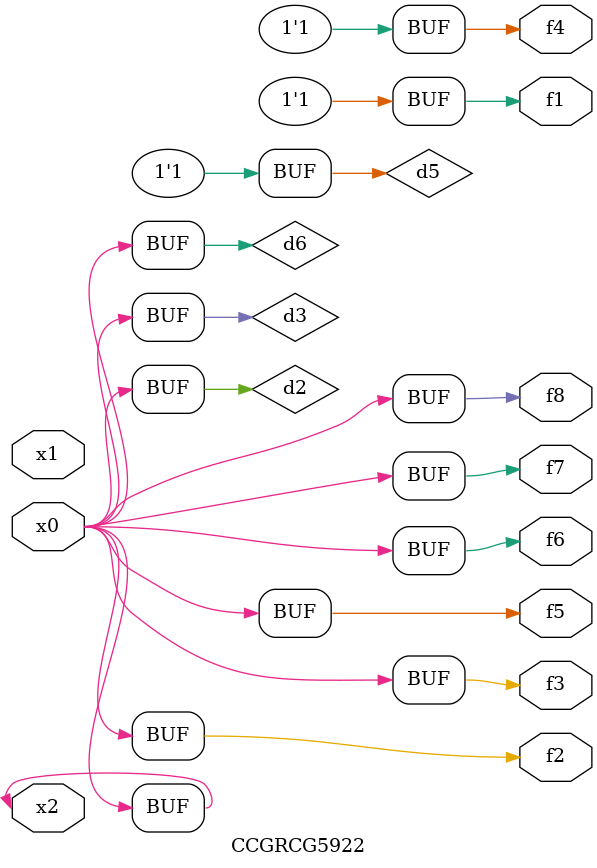
<source format=v>
module CCGRCG5922(
	input x0, x1, x2,
	output f1, f2, f3, f4, f5, f6, f7, f8
);

	wire d1, d2, d3, d4, d5, d6;

	xnor (d1, x2);
	buf (d2, x0, x2);
	and (d3, x0);
	xnor (d4, x1, x2);
	nand (d5, d1, d3);
	buf (d6, d2, d3);
	assign f1 = d5;
	assign f2 = d6;
	assign f3 = d6;
	assign f4 = d5;
	assign f5 = d6;
	assign f6 = d6;
	assign f7 = d6;
	assign f8 = d6;
endmodule

</source>
